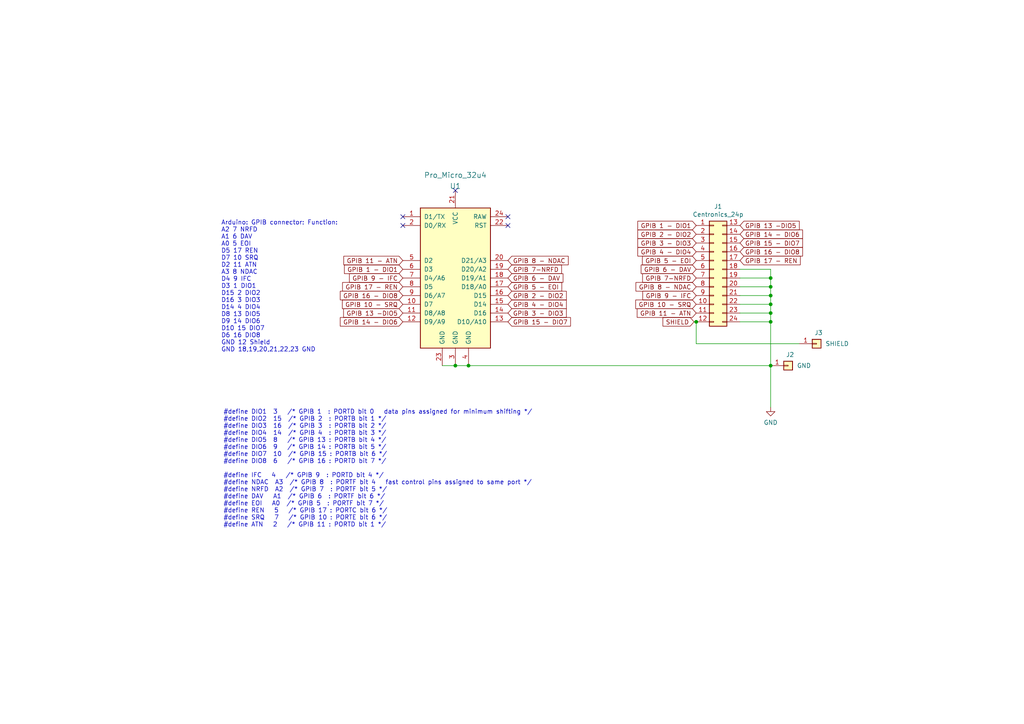
<source format=kicad_sch>
(kicad_sch (version 20211123) (generator eeschema)
  (paper "A4")
  (lib_symbols
    (symbol "Connector_Generic:Conn_01x01" (pin_names (offset 1.016) hide)
      (property "Reference" "J" (at 0 2.54 0))
      (property "Value" "Connector_Generic_Conn_01x01" (at 0 -2.54 0))
      (symbol "Conn_01x01_1_1"
        (rectangle (start -1.27 0.127) (end 0 -0.127) (stroke (width 0.1524)))
        (rectangle (start -1.27 1.27) (end 1.27 -1.27) (stroke (width 0.254)) (fill (type background)))
        (pin passive line (at -5.08 0 0) (length 3.81) (name "Pin_1") (number "1"))
      )
    )
    (symbol "Connector_Generic:Conn_02x12_Top_Bottom" (pin_names (offset 1.016) hide)
      (property "Reference" "J" (at 1.27 15.24 0))
      (property "Value" "Connector_Generic_Conn_02x12_Top_Bottom" (at 1.27 -17.78 0))
      (symbol "Conn_02x12_Top_Bottom_1_1"
        (rectangle (start -1.27 -15.113) (end 0 -15.367) (stroke (width 0.1524)))
        (rectangle (start -1.27 -12.573) (end 0 -12.827) (stroke (width 0.1524)))
        (rectangle (start -1.27 -10.033) (end 0 -10.287) (stroke (width 0.1524)))
        (rectangle (start -1.27 -7.493) (end 0 -7.747) (stroke (width 0.1524)))
        (rectangle (start -1.27 -4.953) (end 0 -5.207) (stroke (width 0.1524)))
        (rectangle (start -1.27 -2.413) (end 0 -2.667) (stroke (width 0.1524)))
        (rectangle (start -1.27 0.127) (end 0 -0.127) (stroke (width 0.1524)))
        (rectangle (start -1.27 2.667) (end 0 2.413) (stroke (width 0.1524)))
        (rectangle (start -1.27 5.207) (end 0 4.953) (stroke (width 0.1524)))
        (rectangle (start -1.27 7.747) (end 0 7.493) (stroke (width 0.1524)))
        (rectangle (start -1.27 10.287) (end 0 10.033) (stroke (width 0.1524)))
        (rectangle (start -1.27 12.827) (end 0 12.573) (stroke (width 0.1524)))
        (rectangle (start -1.27 13.97) (end 3.81 -16.51) (stroke (width 0.254)) (fill (type background)))
        (rectangle (start 3.81 -15.113) (end 2.54 -15.367) (stroke (width 0.1524)))
        (rectangle (start 3.81 -12.573) (end 2.54 -12.827) (stroke (width 0.1524)))
        (rectangle (start 3.81 -10.033) (end 2.54 -10.287) (stroke (width 0.1524)))
        (rectangle (start 3.81 -7.493) (end 2.54 -7.747) (stroke (width 0.1524)))
        (rectangle (start 3.81 -4.953) (end 2.54 -5.207) (stroke (width 0.1524)))
        (rectangle (start 3.81 -2.413) (end 2.54 -2.667) (stroke (width 0.1524)))
        (rectangle (start 3.81 0.127) (end 2.54 -0.127) (stroke (width 0.1524)))
        (rectangle (start 3.81 2.667) (end 2.54 2.413) (stroke (width 0.1524)))
        (rectangle (start 3.81 5.207) (end 2.54 4.953) (stroke (width 0.1524)))
        (rectangle (start 3.81 7.747) (end 2.54 7.493) (stroke (width 0.1524)))
        (rectangle (start 3.81 10.287) (end 2.54 10.033) (stroke (width 0.1524)))
        (rectangle (start 3.81 12.827) (end 2.54 12.573) (stroke (width 0.1524)))
        (pin passive line (at -5.08 12.7 0) (length 3.81) (name "Pin_1") (number "1"))
        (pin passive line (at -5.08 -10.16 0) (length 3.81) (name "Pin_10") (number "10"))
        (pin passive line (at -5.08 -12.7 0) (length 3.81) (name "Pin_11") (number "11"))
        (pin passive line (at -5.08 -15.24 0) (length 3.81) (name "Pin_12") (number "12"))
        (pin passive line (at 7.62 12.7 180) (length 3.81) (name "Pin_13") (number "13"))
        (pin passive line (at 7.62 10.16 180) (length 3.81) (name "Pin_14") (number "14"))
        (pin passive line (at 7.62 7.62 180) (length 3.81) (name "Pin_15") (number "15"))
        (pin passive line (at 7.62 5.08 180) (length 3.81) (name "Pin_16") (number "16"))
        (pin passive line (at 7.62 2.54 180) (length 3.81) (name "Pin_17") (number "17"))
        (pin passive line (at 7.62 0 180) (length 3.81) (name "Pin_18") (number "18"))
        (pin passive line (at 7.62 -2.54 180) (length 3.81) (name "Pin_19") (number "19"))
        (pin passive line (at -5.08 10.16 0) (length 3.81) (name "Pin_2") (number "2"))
        (pin passive line (at 7.62 -5.08 180) (length 3.81) (name "Pin_20") (number "20"))
        (pin passive line (at 7.62 -7.62 180) (length 3.81) (name "Pin_21") (number "21"))
        (pin passive line (at 7.62 -10.16 180) (length 3.81) (name "Pin_22") (number "22"))
        (pin passive line (at 7.62 -12.7 180) (length 3.81) (name "Pin_23") (number "23"))
        (pin passive line (at 7.62 -15.24 180) (length 3.81) (name "Pin_24") (number "24"))
        (pin passive line (at -5.08 7.62 0) (length 3.81) (name "Pin_3") (number "3"))
        (pin passive line (at -5.08 5.08 0) (length 3.81) (name "Pin_4") (number "4"))
        (pin passive line (at -5.08 2.54 0) (length 3.81) (name "Pin_5") (number "5"))
        (pin passive line (at -5.08 0 0) (length 3.81) (name "Pin_6") (number "6"))
        (pin passive line (at -5.08 -2.54 0) (length 3.81) (name "Pin_7") (number "7"))
        (pin passive line (at -5.08 -5.08 0) (length 3.81) (name "Pin_8") (number "8"))
        (pin passive line (at -5.08 -7.62 0) (length 3.81) (name "Pin_9") (number "9"))
      )
    )
    (symbol "Pro_Micro:Sparkfun_Pro_Micro" (pin_names (offset 1.016))
      (property "Reference" "U" (at -27.94 36.83 0))
      (property "Value" "Sparkfun_Pro_Micro" (at -27.94 33.02 0))
      (symbol "Sparkfun_Pro_Micro_0_1"
        (rectangle (start -10.16 17.78) (end 10.16 -22.86) (stroke (width 0.254)) (fill (type background)))
      )
      (symbol "Sparkfun_Pro_Micro_1_1"
        (pin bidirectional line (at -15.24 15.24 0) (length 5.08) (name "D1/TX") (number "1"))
        (pin bidirectional line (at -15.24 -10.16 0) (length 5.08) (name "D7") (number "10"))
        (pin bidirectional line (at -15.24 -12.7 0) (length 5.08) (name "D8/A8") (number "11"))
        (pin bidirectional line (at -15.24 -15.24 0) (length 5.08) (name "D9/A9") (number "12"))
        (pin bidirectional line (at 15.24 -15.24 180) (length 5.08) (name "D10/A10") (number "13"))
        (pin bidirectional line (at 15.24 -12.7 180) (length 5.08) (name "D16") (number "14"))
        (pin bidirectional line (at 15.24 -10.16 180) (length 5.08) (name "D14") (number "15"))
        (pin bidirectional line (at 15.24 -7.62 180) (length 5.08) (name "D15") (number "16"))
        (pin bidirectional line (at 15.24 -5.08 180) (length 5.08) (name "D18/A0") (number "17"))
        (pin bidirectional line (at 15.24 -2.54 180) (length 5.08) (name "D19/A1") (number "18"))
        (pin bidirectional line (at 15.24 0 180) (length 5.08) (name "D20/A2") (number "19"))
        (pin bidirectional line (at -15.24 12.7 0) (length 5.08) (name "D0/RX") (number "2"))
        (pin bidirectional line (at 15.24 2.54 180) (length 5.08) (name "D21/A3") (number "20"))
        (pin power_in line (at 0 22.86 270) (length 5.08) (name "VCC") (number "21"))
        (pin input line (at 15.24 12.7 180) (length 5.08) (name "RST") (number "22"))
        (pin power_in line (at -3.81 -27.94 90) (length 5.08) (name "GND") (number "23"))
        (pin power_in line (at 15.24 15.24 180) (length 5.08) (name "RAW") (number "24"))
        (pin power_in line (at 0 -27.94 90) (length 5.08) (name "GND") (number "3"))
        (pin power_in line (at 3.81 -27.94 90) (length 5.08) (name "GND") (number "4"))
        (pin bidirectional line (at -15.24 2.54 0) (length 5.08) (name "D2") (number "5"))
        (pin bidirectional line (at -15.24 0 0) (length 5.08) (name "D3") (number "6"))
        (pin bidirectional line (at -15.24 -2.54 0) (length 5.08) (name "D4/A6") (number "7"))
        (pin bidirectional line (at -15.24 -5.08 0) (length 5.08) (name "D5") (number "8"))
        (pin bidirectional line (at -15.24 -7.62 0) (length 5.08) (name "D6/A7") (number "9"))
      )
    )
    (symbol "power:GND" (power) (pin_names (offset 0))
      (property "Value" "GND" (at 0 -3.81 0))
      (symbol "GND_0_1"
        (polyline (pts (xy 0 0) (xy 0 -1.27) (xy 1.27 -1.27) (xy 0 -2.54) (xy -1.27 -1.27) (xy 0 -1.27)))
      )
      (symbol "GND_1_1"
        (pin power_in line (at 0 0 270) (length 0) hide (name "GND") (number "1"))
      )
    )
  )
  (junction (at 223.52 106.045))
  (junction (at 223.52 80.645))
  (junction (at 223.52 93.345))
  (junction (at 132.08 106.045))
  (junction (at 201.93 93.345))
  (junction (at 223.52 83.185))
  (junction (at 223.52 85.725))
  (junction (at 223.52 90.805))
  (junction (at 223.52 88.265))
  (junction (at 135.89 106.045))
  (no_connect (at 116.84 62.865))
  (no_connect (at 116.84 65.405))
  (no_connect (at 147.32 62.865))
  (no_connect (at 147.32 65.405))
  (no_connect (at 132.08 55.245))
  (wire (pts (xy 223.52 90.805) (xy 223.52 93.345)))
  (wire (pts (xy 201.93 93.345) (xy 201.93 99.695)))
  (wire (pts (xy 214.63 88.265) (xy 223.52 88.265)))
  (wire (pts (xy 214.63 80.645) (xy 223.52 80.645)))
  (wire (pts (xy 223.52 85.725) (xy 223.52 83.185)))
  (wire (pts (xy 223.52 80.645) (xy 223.52 78.105)))
  (wire (pts (xy 223.52 78.105) (xy 214.63 78.105)))
  (wire (pts (xy 214.63 85.725) (xy 223.52 85.725)))
  (wire (pts (xy 132.08 106.045) (xy 135.89 106.045)))
  (wire (pts (xy 128.27 106.045) (xy 132.08 106.045)))
  (wire (pts (xy 214.63 83.185) (xy 223.52 83.185)))
  (wire (pts (xy 223.52 93.345) (xy 223.52 106.045)))
  (wire (pts (xy 223.52 83.185) (xy 223.52 80.645)))
  (wire (pts (xy 223.52 90.805) (xy 223.52 88.265)))
  (wire (pts (xy 223.52 88.265) (xy 223.52 85.725)))
  (wire (pts (xy 214.63 90.805) (xy 223.52 90.805)))
  (wire (pts (xy 135.89 106.045) (xy 223.52 106.045)))
  (wire (pts (xy 201.93 93.345) (xy 201.295 93.345)))
  (wire (pts (xy 223.52 118.11) (xy 223.52 106.045)))
  (wire (pts (xy 201.93 99.695) (xy 231.775 99.695)))
  (wire (pts (xy 214.63 93.345) (xy 223.52 93.345)))
  (text "#define DIO1  3   /* GPIB 1  : PORTD bit 0   data pins assigned for minimum shifting */\n#define DIO2  15  /* GPIB 2  : PORTB bit 1 */\n#define DIO3  16  /* GPIB 3  : PORTB bit 2 */\n#define DIO4  14  /* GPIB 4  : PORTB bit 3 */\n#define DIO5  8   /* GPIB 13 : PORTB bit 4 */\n#define DIO6  9   /* GPIB 14 : PORTB bit 5 */\n#define DIO7  10  /* GPIB 15 : PORTB bit 6 */\n#define DIO8  6   /* GPIB 16 : PORTD bit 7 */\n\n#define IFC   4   /* GPIB 9  : PORTD bit 4 */\n#define NDAC  A3  /* GPIB 8  : PORTF bit 4   fast control pins assigned to same port */\n#define NRFD  A2  /* GPIB 7  : PORTF bit 5 */\n#define DAV   A1  /* GPIB 6  : PORTF bit 6 */\n#define EOI   A0  /* GPIB 5  : PORTF bit 7 */\n#define REN   5   /* GPIB 17 : PORTC bit 6 */\n#define SRQ   7   /* GPIB 10 : PORTE bit 6 */\n#define ATN   2   /* GPIB 11 : PORTD bit 1 */" (at 64.77 153.035 0) (effects (font (size 1.27 1.27)) (justify left bottom)))
  (text "Arduino: GPIB connector: Function:\nA2 7 NRFD\nA1 6 DAV\nA0 5 EOI\nD5 17 REN\nD7 10 SRQ\nD2 11 ATN\nA3 8 NDAC\nD4 9 IFC\nD3 1 DIO1\nD15 2 DIO2\nD16 3 DIO3\nD14 4 DIO4\nD8 13 DIO5\nD9 14 DIO6\nD10 15 DIO7\nD6 16 DIO8\nGND 12 Shield\nGND 18,19,20,21,22,23 GND" (at 64.135 102.235 0) (effects (font (size 1.27 1.27)) (justify left bottom)))
  (global_label "GPIB 3 - DIO3" (shape input) (at 201.93 70.485 180) (property "Intersheet References" "${INTERSHEET_REFS}" (effects hide)))
  (global_label "GPIB 9 - IFC" (shape input) (at 116.84 80.645 180) (property "Intersheet References" "${INTERSHEET_REFS}" (effects hide)))
  (global_label "GPIB 7-NRFD" (shape input) (at 201.93 80.645 180) (property "Intersheet References" "${INTERSHEET_REFS}" (effects hide)))
  (global_label "GPIB 4 - DIO4" (shape input) (at 201.93 73.025 180) (property "Intersheet References" "${INTERSHEET_REFS}" (effects hide)))
  (global_label "GPIB 7-NRFD" (shape input) (at 147.32 78.105 0) (property "Intersheet References" "${INTERSHEET_REFS}" (effects hide)))
  (global_label "GPIB 5 - EOI" (shape input) (at 201.93 75.565 180) (property "Intersheet References" "${INTERSHEET_REFS}" (effects hide)))
  (global_label "GPIB 14 - DIO6" (shape input) (at 214.63 67.945 0) (property "Intersheet References" "${INTERSHEET_REFS}" (effects hide)))
  (global_label "GPIB 17 - REN" (shape input) (at 116.84 83.185 180) (property "Intersheet References" "${INTERSHEET_REFS}" (effects hide)))
  (global_label "GPIB 15 - DIO7" (shape input) (at 147.32 93.345 0) (property "Intersheet References" "${INTERSHEET_REFS}" (effects hide)))
  (global_label "GPIB 13 -DIO5" (shape input) (at 214.63 65.405 0) (property "Intersheet References" "${INTERSHEET_REFS}" (effects hide)))
  (global_label "GPIB 10 - SRQ" (shape input) (at 116.84 88.265 180) (property "Intersheet References" "${INTERSHEET_REFS}" (effects hide)))
  (global_label "GPIB 13 -DIO5" (shape input) (at 116.84 90.805 180) (property "Intersheet References" "${INTERSHEET_REFS}" (effects hide)))
  (global_label "GPIB 8 - NDAC" (shape input) (at 147.32 75.565 0) (property "Intersheet References" "${INTERSHEET_REFS}" (effects hide)))
  (global_label "SHIELD" (shape input) (at 201.295 93.345 180) (property "Intersheet References" "${INTERSHEET_REFS}" (effects hide)))
  (global_label "GPIB 11 - ATN" (shape input) (at 116.84 75.565 180) (property "Intersheet References" "${INTERSHEET_REFS}" (effects hide)))
  (global_label "GPIB 2 - DIO2" (shape input) (at 147.32 85.725 0) (property "Intersheet References" "${INTERSHEET_REFS}" (effects hide)))
  (global_label "GPIB 10 - SRQ" (shape input) (at 201.93 88.265 180) (property "Intersheet References" "${INTERSHEET_REFS}" (effects hide)))
  (global_label "GPIB 16 - DIO8" (shape input) (at 116.84 85.725 180) (property "Intersheet References" "${INTERSHEET_REFS}" (effects hide)))
  (global_label "GPIB 15 - DIO7" (shape input) (at 214.63 70.485 0) (property "Intersheet References" "${INTERSHEET_REFS}" (effects hide)))
  (global_label "GPIB 1 - DIO1" (shape input) (at 201.93 65.405 180) (property "Intersheet References" "${INTERSHEET_REFS}" (effects hide)))
  (global_label "GPIB 9 - IFC" (shape input) (at 201.93 85.725 180) (property "Intersheet References" "${INTERSHEET_REFS}" (effects hide)))
  (global_label "GPIB 8 - NDAC" (shape input) (at 201.93 83.185 180) (property "Intersheet References" "${INTERSHEET_REFS}" (effects hide)))
  (global_label "GPIB 4 - DIO4" (shape input) (at 147.32 88.265 0) (property "Intersheet References" "${INTERSHEET_REFS}" (effects hide)))
  (global_label "GPIB 1 - DIO1" (shape input) (at 116.84 78.105 180) (property "Intersheet References" "${INTERSHEET_REFS}" (effects hide)))
  (global_label "GPIB 2 - DIO2" (shape input) (at 201.93 67.945 180) (property "Intersheet References" "${INTERSHEET_REFS}" (effects hide)))
  (global_label "GPIB 14 - DIO6" (shape input) (at 116.84 93.345 180) (property "Intersheet References" "${INTERSHEET_REFS}" (effects hide)))
  (global_label "GPIB 6 - DAV" (shape input) (at 147.32 80.645 0) (property "Intersheet References" "${INTERSHEET_REFS}" (effects hide)))
  (global_label "GPIB 6 - DAV" (shape input) (at 201.93 78.105 180) (property "Intersheet References" "${INTERSHEET_REFS}" (effects hide)))
  (global_label "GPIB 17 - REN" (shape input) (at 214.63 75.565 0) (property "Intersheet References" "${INTERSHEET_REFS}" (effects hide)))
  (global_label "GPIB 16 - DIO8" (shape input) (at 214.63 73.025 0) (property "Intersheet References" "${INTERSHEET_REFS}" (effects hide)))
  (global_label "GPIB 3 - DIO3" (shape input) (at 147.32 90.805 0) (property "Intersheet References" "${INTERSHEET_REFS}" (effects hide)))
  (global_label "GPIB 5 - EOI" (shape input) (at 147.32 83.185 0) (property "Intersheet References" "${INTERSHEET_REFS}" (effects hide)))
  (global_label "GPIB 11 - ATN" (shape input) (at 201.93 90.805 180) (property "Intersheet References" "${INTERSHEET_REFS}" (effects hide)))
  (symbol (lib_id "power:GND") (at 223.52 118.11 0) (unit 1)
    (property "Reference" "#PWR0101" (effects hide))
    (property "Value" "GND" (at 223.52 122.555 0))
  )
  (symbol (lib_id "Connector_Generic:Conn_01x01") (at 228.6 106.045 0) (unit 1)
    (property "Reference" "J2" (at 227.965 102.87 0) (effects (justify left)))
    (property "Value" "GND" (at 231.14 106.045 0) (effects (justify left)))
    (property "Footprint" "Connector_PinHeader_1.00mm:PinHeader_1x01_P1.00mm_Vertical" (effects hide))
  )
  (symbol (lib_id "Pro_Micro:Sparkfun_Pro_Micro") (at 132.08 78.105 0) (unit 1)
    (property "Reference" "U1" (at 132.08 53.975 0) (effects (font (size 1.524 1.524))))
    (property "Value" "Pro_Micro_32u4" (at 132.08 50.8 0) (effects (font (size 1.524 1.524))))
    (property "Footprint" "Arduino:Sparkfun_Pro_Micro" (effects hide))
  )
  (symbol (lib_id "Connector_Generic:Conn_01x01") (at 236.855 99.695 0) (unit 1)
    (property "Reference" "J3" (at 236.22 96.52 0) (effects (justify left)))
    (property "Value" "SHIELD" (at 239.395 99.695 0) (effects (justify left)))
    (property "Footprint" "Connector_PinHeader_1.00mm:PinHeader_1x01_P1.00mm_Vertical" (effects hide))
  )
  (symbol (lib_id "Connector_Generic:Conn_02x12_Top_Bottom") (at 207.01 78.105 0) (unit 1)
    (property "Reference" "J1" (at 208.28 59.8932 0))
    (property "Value" "Centronics_24p" (at 208.28 62.2046 0))
    (property "Footprint" "hpib:Centronics24p" (effects hide))
  )
)
</source>
